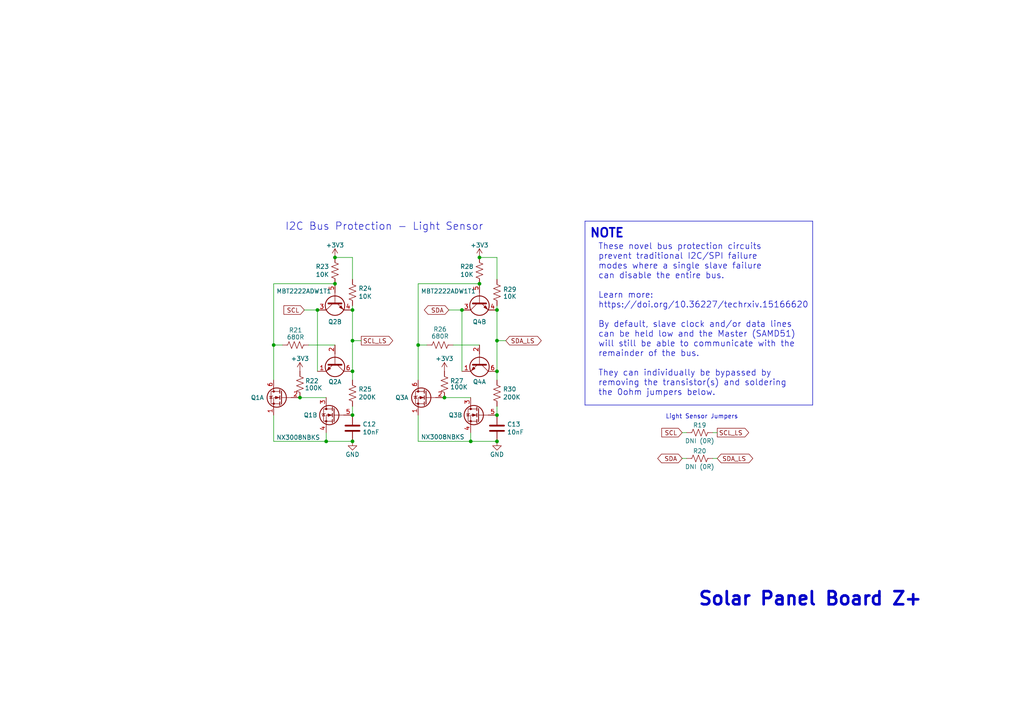
<source format=kicad_sch>
(kicad_sch (version 20230121) (generator eeschema)
  (paper "A4")
  (title_block (title "PyCubed Mini") (date "2023-06-18") (rev "B3/03") (company "REx Lab Carnegie Mellon University") (comment 1 "Z.Manchester") (comment 2 "N.Khera") (comment 3 "M.Holliday"))
  (lib_symbols
    (symbol "Device:C" (pin_numbers hide) (pin_names (offset 0.254))
      (property "Reference" "C" (at 0.635 2.54 0))
      (property "Value" "C" (at 0.635 -2.54 0))
      (symbol "C_0_1"
        (polyline (pts (xy -2.032 -0.762) (xy 2.032 -0.762)) (stroke (width 0.508)))
        (polyline (pts (xy -2.032 0.762) (xy 2.032 0.762)) (stroke (width 0.508)))
      )
      (symbol "C_1_1"
        (pin passive line (at 0 3.81 270) (length 2.794) (name "~") (number "1"))
        (pin passive line (at 0 -3.81 90) (length 2.794) (name "~") (number "2"))
      )
    )
    (symbol "Device:R_US" (pin_numbers hide) (pin_names (offset 0))
      (property "Reference" "R" (at 2.54 0 90))
      (property "Value" "R_US" (at -2.54 0 90))
      (symbol "R_US_0_1"
        (polyline (pts (xy 0 -2.286) (xy 0 -2.54)))
        (polyline (pts (xy 0 2.286) (xy 0 2.54)))
        (polyline (pts (xy 0 -0.762) (xy 1.016 -1.143) (xy 0 -1.524) (xy -1.016 -1.905) (xy 0 -2.286)))
        (polyline (pts (xy 0 0.762) (xy 1.016 0.381) (xy 0 0) (xy -1.016 -0.381) (xy 0 -0.762)))
        (polyline (pts (xy 0 2.286) (xy 1.016 1.905) (xy 0 1.524) (xy -1.016 1.143) (xy 0 0.762)))
      )
      (symbol "R_US_1_1"
        (pin passive line (at 0 3.81 270) (length 1.27) (name "~") (number "1"))
        (pin passive line (at 0 -3.81 90) (length 1.27) (name "~") (number "2"))
      )
    )
    (symbol "Transistor_BJT:MBT2222ADW1T1" (pin_names (offset 0) hide)
      (property "Reference" "Q" (at 5.08 1.27 0))
      (property "Value" "MBT2222ADW1T1" (at 5.08 -1.27 0))
      (symbol "MBT2222ADW1T1_0_1"
        (polyline (pts (xy 0.635 0) (xy -2.54 0)))
        (polyline (pts (xy 0.635 0.635) (xy 2.54 2.54)))
        (polyline (pts (xy 0.635 -0.635) (xy 2.54 -2.54) (xy 2.54 -2.54)))
        (polyline (pts (xy 0.635 1.905) (xy 0.635 -1.905) (xy 0.635 -1.905)) (stroke (width 0.508)))
        (polyline (pts (xy 1.27 -1.778) (xy 1.778 -1.27) (xy 2.286 -2.286) (xy 1.27 -1.778) (xy 1.27 -1.778)) (fill (type outline)))
        (circle (center 1.27 0) (radius 2.8194) (stroke (width 0.254)))
      )
      (symbol "MBT2222ADW1T1_1_1"
        (pin passive line (at 2.54 -5.08 90) (length 2.54) (name "E1") (number "1"))
        (pin input line (at -5.08 0 0) (length 2.54) (name "B1") (number "2"))
        (pin passive line (at 2.54 5.08 270) (length 2.54) (name "C1") (number "6"))
      )
      (symbol "MBT2222ADW1T1_2_1"
        (pin passive line (at 2.54 5.08 270) (length 2.54) (name "C2") (number "3"))
        (pin passive line (at 2.54 -5.08 90) (length 2.54) (name "E2") (number "4"))
        (pin input line (at -5.08 0 0) (length 2.54) (name "B2") (number "5"))
      )
    )
    (symbol "mainboard:NX3008NBKS" (pin_names (offset 0.762) hide)
      (property "Reference" "Q" (at 5.08 1.27 0))
      (property "Value" "NX3008NBKS" (at 5.08 -1.27 0))
      (symbol "NX3008NBKS_1_1"
        (polyline (pts (xy -1.016 0) (xy -3.81 0)))
        (polyline (pts (xy -1.016 1.905) (xy -1.016 -1.905)) (stroke (width 0.254)))
        (polyline (pts (xy -0.508 -1.27) (xy -0.508 -2.286)) (stroke (width 0.254)))
        (polyline (pts (xy -0.508 0.508) (xy -0.508 -0.508)) (stroke (width 0.254)))
        (polyline (pts (xy -0.508 2.286) (xy -0.508 1.27)) (stroke (width 0.254)))
        (polyline (pts (xy 1.27 2.54) (xy 1.27 1.778)))
        (polyline (pts (xy 1.27 -2.54) (xy 1.27 0) (xy -0.508 0)))
        (polyline (pts (xy -0.508 -1.778) (xy 2.032 -1.778) (xy 2.032 1.778) (xy -0.508 1.778)))
        (polyline (pts (xy -0.254 0) (xy 0.762 0.381) (xy 0.762 -0.381) (xy -0.254 0)) (fill (type outline)))
        (polyline (pts (xy 1.524 0.508) (xy 1.651 0.381) (xy 2.413 0.381) (xy 2.54 0.254)))
        (polyline (pts (xy 2.032 0.381) (xy 1.651 -0.254) (xy 2.413 -0.254) (xy 2.032 0.381)))
        (circle (center 0.381 0) (radius 2.794) (stroke (width 0.254)))
        (circle (center 1.27 -1.778) (radius 0.254) (fill (type outline)))
        (circle (center 1.27 1.778) (radius 0.254) (fill (type outline)))
        (pin passive line (at 1.27 -5.08 90) (length 2.54) (name "S2") (number "1"))
        (pin input line (at -6.35 0 0) (length 2.54) (name "G2") (number "2"))
        (pin passive line (at 1.27 5.08 270) (length 2.54) (name "D1") (number "6"))
      )
      (symbol "NX3008NBKS_2_1"
        (polyline (pts (xy -1.016 0) (xy -3.81 0)))
        (polyline (pts (xy -1.016 1.905) (xy -1.016 -1.905)) (stroke (width 0.254)))
        (polyline (pts (xy -0.508 -1.27) (xy -0.508 -2.286)) (stroke (width 0.254)))
        (polyline (pts (xy -0.508 0.508) (xy -0.508 -0.508)) (stroke (width 0.254)))
        (polyline (pts (xy -0.508 2.286) (xy -0.508 1.27)) (stroke (width 0.254)))
        (polyline (pts (xy 1.27 2.54) (xy 1.27 1.778)))
        (polyline (pts (xy 1.27 -2.54) (xy 1.27 0) (xy -0.508 0)))
        (polyline (pts (xy -0.508 -1.778) (xy 2.032 -1.778) (xy 2.032 1.778) (xy -0.508 1.778)))
        (polyline (pts (xy -0.254 0) (xy 0.762 0.381) (xy 0.762 -0.381) (xy -0.254 0)) (fill (type outline)))
        (polyline (pts (xy 1.524 0.508) (xy 1.651 0.381) (xy 2.413 0.381) (xy 2.54 0.254)))
        (polyline (pts (xy 2.032 0.381) (xy 1.651 -0.254) (xy 2.413 -0.254) (xy 2.032 0.381)))
        (circle (center 0.381 0) (radius 2.794) (stroke (width 0.254)))
        (circle (center 1.27 -1.778) (radius 0.254) (fill (type outline)))
        (circle (center 1.27 1.778) (radius 0.254) (fill (type outline)))
        (pin passive line (at 1.27 5.08 270) (length 2.54) (name "D2") (number "3"))
        (pin passive line (at 1.27 -5.08 90) (length 2.54) (name "S1") (number "4"))
        (pin input line (at -6.35 0 0) (length 2.54) (name "G1") (number "5"))
      )
    )
    (symbol "power:+3V3" (power) (pin_names (offset 0))
      (property "Value" "+3V3" (at 0 3.556 0))
      (symbol "+3V3_0_1"
        (polyline (pts (xy -0.762 1.27) (xy 0 2.54)))
        (polyline (pts (xy 0 0) (xy 0 2.54)))
        (polyline (pts (xy 0 2.54) (xy 0.762 1.27)))
      )
      (symbol "+3V3_1_1"
        (pin power_in line (at 0 0 90) (length 0) hide (name "+3V3") (number "1"))
      )
    )
    (symbol "power:GND" (power) (pin_names (offset 0))
      (property "Value" "GND" (at 0 -3.81 0))
      (symbol "GND_0_1"
        (polyline (pts (xy 0 0) (xy 0 -1.27) (xy 1.27 -1.27) (xy 0 -2.54) (xy -1.27 -1.27) (xy 0 -1.27)))
      )
      (symbol "GND_1_1"
        (pin power_in line (at 0 0 270) (length 0) hide (name "GND") (number "1"))
      )
    )
  )
  (junction (at 144.145 89.916))
  (junction (at 94.615 128.016))
  (junction (at 144.145 107.696))
  (junction (at 128.905 115.316))
  (junction (at 102.235 107.696))
  (junction (at 133.985 89.916))
  (junction (at 92.075 89.916))
  (junction (at 79.375 100.076))
  (junction (at 102.235 128.016))
  (junction (at 102.235 98.806))
  (junction (at 97.155 82.296))
  (junction (at 102.235 120.396))
  (junction (at 144.145 128.016))
  (junction (at 139.065 74.676))
  (junction (at 144.145 98.806))
  (junction (at 139.065 82.296))
  (junction (at 97.155 74.676))
  (junction (at 102.235 89.916))
  (junction (at 136.525 128.016))
  (junction (at 144.145 120.396))
  (junction (at 121.285 100.076))
  (junction (at 86.995 115.316))
  (wire (pts (xy 133.985 89.916) (xy 133.985 107.696)))
  (wire (pts (xy 79.375 120.396) (xy 79.375 128.016)))
  (wire (pts (xy 104.775 98.806) (xy 102.235 98.806)))
  (wire (pts (xy 79.375 100.076) (xy 81.915 100.076)))
  (wire (pts (xy 144.145 81.026) (xy 144.145 74.676)))
  (wire (pts (xy 144.145 107.696) (xy 144.145 98.806)))
  (wire (pts (xy 102.235 88.646) (xy 102.235 89.916)))
  (wire (pts (xy 121.285 120.396) (xy 121.285 128.016)))
  (wire (pts (xy 130.175 89.916) (xy 133.985 89.916)))
  (polyline (pts (xy 169.672 117.475) (xy 235.712 117.475)))
  (wire (pts (xy 79.375 110.236) (xy 79.375 100.076)))
  (wire (pts (xy 144.145 110.236) (xy 144.145 107.696)))
  (wire (pts (xy 144.145 74.676) (xy 139.065 74.676)))
  (wire (pts (xy 94.615 125.476) (xy 94.615 128.016)))
  (wire (pts (xy 128.905 115.316) (xy 136.525 115.316)))
  (wire (pts (xy 144.145 88.646) (xy 144.145 89.916)))
  (wire (pts (xy 121.285 110.236) (xy 121.285 100.076)))
  (wire (pts (xy 97.155 100.076) (xy 89.535 100.076)))
  (wire (pts (xy 144.145 98.806) (xy 144.145 89.916)))
  (wire (pts (xy 102.235 117.856) (xy 102.235 120.396)))
  (wire (pts (xy 139.065 100.076) (xy 131.445 100.076)))
  (polyline (pts (xy 169.672 64.135) (xy 169.672 117.475)))
  (wire (pts (xy 102.235 98.806) (xy 102.235 89.916)))
  (wire (pts (xy 197.866 132.969) (xy 199.136 132.969)))
  (wire (pts (xy 92.075 89.916) (xy 92.075 107.696)))
  (wire (pts (xy 121.285 128.016) (xy 136.525 128.016)))
  (wire (pts (xy 94.615 128.016) (xy 102.235 128.016)))
  (polyline (pts (xy 235.712 117.475) (xy 235.712 64.135)))
  (wire (pts (xy 86.995 115.316) (xy 94.615 115.316)))
  (wire (pts (xy 208.026 132.969) (xy 206.756 132.969)))
  (wire (pts (xy 146.685 98.806) (xy 144.145 98.806)))
  (wire (pts (xy 197.866 125.476) (xy 199.136 125.476)))
  (wire (pts (xy 144.145 117.856) (xy 144.145 120.396)))
  (polyline (pts (xy 235.712 64.135) (xy 169.672 64.135)))
  (wire (pts (xy 79.375 100.076) (xy 79.375 82.296)))
  (wire (pts (xy 136.525 125.476) (xy 136.525 128.016)))
  (wire (pts (xy 79.375 128.016) (xy 94.615 128.016)))
  (wire (pts (xy 208.026 125.476) (xy 206.756 125.476)))
  (wire (pts (xy 102.235 110.236) (xy 102.235 107.696)))
  (wire (pts (xy 121.285 100.076) (xy 121.285 82.296)))
  (wire (pts (xy 102.235 107.696) (xy 102.235 98.806)))
  (wire (pts (xy 136.525 128.016) (xy 144.145 128.016)))
  (wire (pts (xy 79.375 82.296) (xy 97.155 82.296)))
  (wire (pts (xy 121.285 100.076) (xy 123.825 100.076)))
  (wire (pts (xy 102.235 81.026) (xy 102.235 74.676)))
  (wire (pts (xy 102.235 74.676) (xy 97.155 74.676)))
  (wire (pts (xy 121.285 82.296) (xy 139.065 82.296)))
  (wire (pts (xy 88.265 89.916) (xy 92.075 89.916)))
  (text "Light Sensor Jumpers" (at 193.04 121.666 0) (effects (font (size 1.27 1.27)) (justify left bottom)))
  (text "These novel bus protection circuits\nprevent traditional I2C/SPI failure \nmodes where a single slave failure\ncan disable the entire bus.\n\nLearn more: \nhttps://doi.org/10.36227/techrxiv.15166620\n\nBy default, slave clock and/or data lines \ncan be held low and the Master (SAMD51) \nwill still be able to communicate with the \nremainder of the bus.\n\nThey can individually be bypassed by \nremoving the transistor(s) and soldering\nthe 0ohm jumpers below." (at 173.482 114.935 0) (effects (font (size 1.7526 1.7526)) (justify left bottom)))
  (text "NOTE" (at 170.942 69.215 0) (effects (font (size 2.54 2.54) (thickness 0.508) bold) (justify left bottom)))
  (text "I2C Bus Protection - Light Sensor" (at 82.677 67.056 0) (effects (font (size 2.159 2.159)) (justify left bottom)))
  (text "Solar Panel Board Z+" (at 202.311 176.022 0) (effects (font (size 3.81 3.81) (thickness 0.762) bold) (justify left bottom)))
  (global_label "SDA" (shape bidirectional) (at 130.175 89.916 180) (property "Intersheetrefs" "${INTERSHEET_REFS}" (effects hide)))
  (global_label "SDA_LS" (shape bidirectional) (at 146.685 98.806 0) (property "Intersheetrefs" "${INTERSHEET_REFS}" (effects hide)))
  (global_label "SCL_LS" (shape output) (at 208.026 125.476 0) (property "Intersheetrefs" "${INTERSHEET_REFS}" (effects hide)))
  (global_label "SCL" (shape input) (at 88.265 89.916 180) (property "Intersheetrefs" "${INTERSHEET_REFS}" (effects hide)))
  (global_label "SDA_LS" (shape bidirectional) (at 208.026 132.969 0) (property "Intersheetrefs" "${INTERSHEET_REFS}" (effects hide)))
  (global_label "SCL" (shape input) (at 197.866 125.476 180) (property "Intersheetrefs" "${INTERSHEET_REFS}" (effects hide)))
  (global_label "SDA" (shape bidirectional) (at 197.866 132.969 180) (property "Intersheetrefs" "${INTERSHEET_REFS}" (effects hide)))
  (global_label "SCL_LS" (shape output) (at 104.775 98.806 0) (property "Intersheetrefs" "${INTERSHEET_REFS}" (effects hide)))
  (symbol (lib_id "power:+3V3") (at 128.905 107.696 0) (unit 1)
    (property "Reference" "#PWR0111" (effects hide))
    (property "Value" "+3V3" (at 128.905 104.013 0))
    (instances (project "Solar-Panel-Z+" (path "" (reference "#PWR0111") (unit 1)) (path "" (reference "#PWR016") (unit 1))))
  )
  (symbol (lib_id "mainboard:NX3008NBKS") (at 95.885 120.396 0) (mirror y) (unit 2)
    (property "Reference" "Q1" (at 92.075 120.396 0) (effects (justify left)))
    (property "Value" "NX3008NBKS" (effects hide))
    (property "Footprint" "Package_TO_SOT_SMD:SOT-363_SC-70-6" (effects hide))
    (property "Datasheet" "https://assets.nexperia.com/documents/data-sheet/NX3008NBKS.pdf" (effects hide))
    (property "Description" "Dual N-Channel MOSFET - 2NMOS" (effects hide))
    (property "Manufacturer_Name" "Nexperia USA Inc." (effects hide))
    (property "Manufacturer_Part_Number" "NX3008NBKS" (effects hide))
  )
  (symbol (lib_id "power:+3V3") (at 86.995 107.696 0) (unit 1)
    (property "Reference" "#PWR0108" (effects hide))
    (property "Value" "+3V3" (at 86.995 104.013 0))
    (instances (project "Solar-Panel-Z+" (path "" (reference "#PWR0108") (unit 1)) (path "" (reference "#PWR012") (unit 1))))
  )
  (symbol (lib_id "Device:R_US") (at 202.946 132.969 270) (unit 1)
    (property "Reference" "R20" (at 202.946 130.81 90))
    (property "Value" "DNI (0R)" (at 202.946 135.382 90))
    (property "Footprint" "Resistor_SMD:R_0603_1608Metric" (effects hide))
    (property "DNI" "DNI" (effects hide))
    (property "Description" "0 0603" (effects hide))
  )
  (symbol (lib_id "Device:R_US") (at 86.995 111.506 0) (unit 1)
    (property "Reference" "R22" (at 88.519 110.49 0) (effects (justify left)))
    (property "Value" "100K" (at 88.392 112.522 0) (effects (justify left)))
    (property "Footprint" "Resistor_SMD:R_0603_1608Metric" (effects hide))
    (property "Description" "100K 0603" (effects hide))
  )
  (symbol (lib_id "mainboard:NX3008NBKS") (at 80.645 115.316 0) (mirror y) (unit 1)
    (property "Reference" "Q1" (at 76.581 115.316 0) (effects (justify left)))
    (property "Value" "NX3008NBKS" (at 92.837 126.873 0) (effects (justify left)))
    (property "Footprint" "Package_TO_SOT_SMD:SOT-363_SC-70-6" (effects hide))
    (property "Datasheet" "https://assets.nexperia.com/documents/data-sheet/NX3008NBKS.pdf" (effects hide))
    (property "Description" "Dual N-Channel MOSFET - 2NMOS" (effects hide))
    (property "Manufacturer_Name" "Nexperia USA Inc." (effects hide))
    (property "Manufacturer_Part_Number" "NX3008NBKS" (effects hide))
  )
  (symbol (lib_id "Device:R_US") (at 128.905 111.506 0) (unit 1)
    (property "Reference" "R27" (at 130.556 110.49 0) (effects (justify left)))
    (property "Value" "100K" (at 130.556 112.268 0) (effects (justify left)))
    (property "Footprint" "Resistor_SMD:R_0603_1608Metric" (effects hide))
    (property "Description" "100K 0603" (effects hide))
  )
  (symbol (lib_id "Device:R_US") (at 102.235 114.046 0) (unit 1)
    (property "Reference" "R25" (at 103.9622 112.8776 0) (effects (justify left)))
    (property "Value" "200K" (at 103.9622 115.189 0) (effects (justify left)))
    (property "Footprint" "Resistor_SMD:R_0603_1608Metric" (effects hide))
    (property "Description" "200K 0603" (effects hide))
  )
  (symbol (lib_id "Transistor_BJT:MBT2222ADW1T1") (at 97.155 87.376 90) (mirror x) (unit 2)
    (property "Reference" "Q2" (at 97.155 93.345 90))
    (property "Value" "MBT2222ADW1T1" (at 88.138 84.455 90))
    (property "Footprint" "Package_TO_SOT_SMD:SOT-363_SC-70-6" (effects hide))
    (property "Datasheet" "http://www.onsemi.com/pub_link/Collateral/MBT2222ADW1T1-D.PDF" (effects hide))
    (property "Description" "Dual NPN BJT - 2NPN" (effects hide))
    (property "Flight" "MBT2222ADW1T1G" (effects hide))
    (property "Manufacturer_Name" "ON Semiconductor" (effects hide))
    (property "Manufacturer_Part_Number" "MBT2222ADW1T1G" (effects hide))
    (property "Proto" "MBT2222ADW1T1G" (effects hide))
  )
  (symbol (lib_id "mainboard:NX3008NBKS") (at 122.555 115.316 0) (mirror y) (unit 1)
    (property "Reference" "Q3" (at 118.491 115.316 0) (effects (justify left)))
    (property "Value" "NX3008NBKS" (at 134.747 126.746 0) (effects (justify left)))
    (property "Footprint" "Package_TO_SOT_SMD:SOT-363_SC-70-6" (effects hide))
    (property "Datasheet" "https://assets.nexperia.com/documents/data-sheet/NX3008NBKS.pdf" (effects hide))
    (property "Description" "Dual N-Channel MOSFET - 2NMOS" (effects hide))
    (property "Manufacturer_Name" "Nexperia USA Inc." (effects hide))
    (property "Manufacturer_Part_Number" "NX3008NBKS" (effects hide))
  )
  (symbol (lib_id "Device:R_US") (at 97.155 78.486 0) (unit 1)
    (property "Reference" "R23" (at 95.4532 77.3176 0) (effects (justify right)))
    (property "Value" "10K" (at 95.4532 79.629 0) (effects (justify right)))
    (property "Footprint" "Resistor_SMD:R_0603_1608Metric" (effects hide))
    (property "Description" "10K 0603" (effects hide))
  )
  (symbol (lib_id "Device:R_US") (at 127.635 100.076 270) (unit 1)
    (property "Reference" "R26" (at 127.635 95.504 90))
    (property "Value" "680R" (at 127.635 97.536 90))
    (property "Footprint" "Resistor_SMD:R_0603_1608Metric" (effects hide))
    (property "Description" "680 0603" (effects hide))
  )
  (symbol (lib_id "power:+3V3") (at 97.155 74.676 0) (unit 1)
    (property "Reference" "#PWR0107" (effects hide))
    (property "Value" "+3V3" (at 97.155 71.12 0))
    (instances (project "Solar-Panel-Z+" (path "" (reference "#PWR0107") (unit 1)) (path "" (reference "#PWR013") (unit 1))))
  )
  (symbol (lib_id "Transistor_BJT:MBT2222ADW1T1") (at 139.065 87.376 90) (mirror x) (unit 2)
    (property "Reference" "Q4" (at 139.065 93.345 90))
    (property "Value" "MBT2222ADW1T1" (at 130.048 84.455 90))
    (property "Footprint" "Package_TO_SOT_SMD:SOT-363_SC-70-6" (effects hide))
    (property "Datasheet" "http://www.onsemi.com/pub_link/Collateral/MBT2222ADW1T1-D.PDF" (effects hide))
    (property "Description" "Dual NPN BJT - 2NPN" (effects hide))
    (property "Flight" "MBT2222ADW1T1G" (effects hide))
    (property "Manufacturer_Name" "ON Semiconductor" (effects hide))
    (property "Manufacturer_Part_Number" "MBT2222ADW1T1G" (effects hide))
    (property "Proto" "MBT2222ADW1T1G" (effects hide))
  )
  (symbol (lib_id "Device:R_US") (at 202.946 125.476 270) (unit 1)
    (property "Reference" "R19" (at 202.946 123.317 90))
    (property "Value" "DNI (0R)" (at 202.946 127.889 90))
    (property "Footprint" "Resistor_SMD:R_0603_1608Metric" (effects hide))
    (property "DNI" "DNI" (effects hide))
    (property "Description" "0 0603" (effects hide))
  )
  (symbol (lib_id "Transistor_BJT:MBT2222ADW1T1") (at 139.065 105.156 270) (unit 1)
    (property "Reference" "Q4" (at 139.065 110.744 90))
    (property "Value" "MBT2222ADW1T1" (effects hide))
    (property "Footprint" "Package_TO_SOT_SMD:SOT-363_SC-70-6" (effects hide))
    (property "Datasheet" "http://www.onsemi.com/pub_link/Collateral/MBT2222ADW1T1-D.PDF" (effects hide))
    (property "Description" "Dual NPN BJT - 2NPN" (effects hide))
    (property "Flight" "MBT2222ADW1T1G" (effects hide))
    (property "Manufacturer_Name" "ON Semiconductor" (effects hide))
    (property "Manufacturer_Part_Number" "MBT2222ADW1T1G" (effects hide))
    (property "Proto" "MBT2222ADW1T1G" (effects hide))
  )
  (symbol (lib_id "Device:R_US") (at 139.065 78.486 0) (unit 1)
    (property "Reference" "R28" (at 137.3632 77.3176 0) (effects (justify right)))
    (property "Value" "10K" (at 137.3632 79.629 0) (effects (justify right)))
    (property "Footprint" "Resistor_SMD:R_0603_1608Metric" (effects hide))
    (property "Description" "10K 0603" (effects hide))
  )
  (symbol (lib_id "power:GND") (at 144.145 128.016 0) (unit 1)
    (property "Reference" "#PWR0110" (effects hide))
    (property "Value" "GND" (at 144.145 131.826 0))
    (instances (project "Solar-Panel-Z+" (path "" (reference "#PWR0110") (unit 1)) (path "" (reference "#PWR018") (unit 1))))
  )
  (symbol (lib_id "Device:R_US") (at 144.145 84.836 0) (unit 1)
    (property "Reference" "R29" (at 145.923 83.947 0) (effects (justify left)))
    (property "Value" "10K" (at 145.923 85.979 0) (effects (justify left)))
    (property "Footprint" "Resistor_SMD:R_0603_1608Metric" (effects hide))
    (property "Description" "10K 0603" (effects hide))
  )
  (symbol (lib_id "Device:R_US") (at 85.725 100.076 270) (unit 1)
    (property "Reference" "R21" (at 85.725 95.758 90))
    (property "Value" "680R" (at 85.725 97.79 90))
    (property "Footprint" "Resistor_SMD:R_0603_1608Metric" (effects hide))
    (property "Description" "680 0603" (effects hide))
  )
  (symbol (lib_id "Device:C") (at 144.145 124.206 0) (unit 1)
    (property "Reference" "C13" (at 147.066 123.063 0) (effects (justify left)))
    (property "Value" "10nF" (at 147.066 125.349 0) (effects (justify left)))
    (property "Footprint" "Capacitor_SMD:C_0603_1608Metric" (effects hide))
    (property "Description" "10nF +-10% 50V X7R" (effects hide))
  )
  (symbol (lib_id "power:+3V3") (at 139.065 74.676 0) (unit 1)
    (property "Reference" "#PWR0106" (effects hide))
    (property "Value" "+3V3" (at 139.065 71.12 0))
    (instances (project "Solar-Panel-Z+" (path "" (reference "#PWR0106") (unit 1)) (path "" (reference "#PWR017") (unit 1))))
  )
  (symbol (lib_id "Device:C") (at 102.235 124.206 0) (unit 1)
    (property "Reference" "C12" (at 105.156 123.0376 0) (effects (justify left)))
    (property "Value" "10nF" (at 105.156 125.349 0) (effects (justify left)))
    (property "Footprint" "Capacitor_SMD:C_0603_1608Metric" (effects hide))
    (property "Description" "10nF +-10% 50V X7R" (effects hide))
  )
  (symbol (lib_id "Device:R_US") (at 102.235 84.836 0) (unit 1)
    (property "Reference" "R24" (at 103.9622 83.6676 0) (effects (justify left)))
    (property "Value" "10K" (at 103.9622 85.979 0) (effects (justify left)))
    (property "Footprint" "Resistor_SMD:R_0603_1608Metric" (effects hide))
    (property "Description" "10K 0603" (effects hide))
  )
  (symbol (lib_id "Transistor_BJT:MBT2222ADW1T1") (at 97.155 105.156 270) (unit 1)
    (property "Reference" "Q2" (at 97.155 110.744 90))
    (property "Value" "MBT2222ADW1T1" (effects hide))
    (property "Footprint" "Package_TO_SOT_SMD:SOT-363_SC-70-6" (effects hide))
    (property "Datasheet" "http://www.onsemi.com/pub_link/Collateral/MBT2222ADW1T1-D.PDF" (effects hide))
    (property "Description" "Dual NPN BJT - 2NPN" (effects hide))
    (property "Flight" "MBT2222ADW1T1G" (effects hide))
    (property "Manufacturer_Name" "ON Semiconductor" (effects hide))
    (property "Manufacturer_Part_Number" "MBT2222ADW1T1G" (effects hide))
    (property "Proto" "MBT2222ADW1T1G" (effects hide))
  )
  (symbol (lib_id "mainboard:NX3008NBKS") (at 137.795 120.396 0) (mirror y) (unit 2)
    (property "Reference" "Q3" (at 134.112 120.396 0) (effects (justify left)))
    (property "Value" "NX3008NBKS" (effects hide))
    (property "Footprint" "Package_TO_SOT_SMD:SOT-363_SC-70-6" (effects hide))
    (property "Datasheet" "https://assets.nexperia.com/documents/data-sheet/NX3008NBKS.pdf" (effects hide))
    (property "Description" "Dual N-Channel MOSFET - 2NMOS" (effects hide))
    (property "Manufacturer_Name" "Nexperia USA Inc." (effects hide))
    (property "Manufacturer_Part_Number" "NX3008NBKS" (effects hide))
  )
  (symbol (lib_id "Device:R_US") (at 144.145 114.046 0) (unit 1)
    (property "Reference" "R30" (at 145.8722 112.8776 0) (effects (justify left)))
    (property "Value" "200K" (at 145.8722 115.189 0) (effects (justify left)))
    (property "Footprint" "Resistor_SMD:R_0603_1608Metric" (effects hide))
    (property "Description" "200K 0603" (effects hide))
  )
  (symbol (lib_id "power:GND") (at 102.235 128.016 0) (unit 1)
    (property "Reference" "#PWR0109" (effects hide))
    (property "Value" "GND" (at 102.235 131.826 0))
    (instances (project "Solar-Panel-Z+" (path "" (reference "#PWR0109") (unit 1)) (path "" (reference "#PWR014") (unit 1))))
  )
)
</source>
